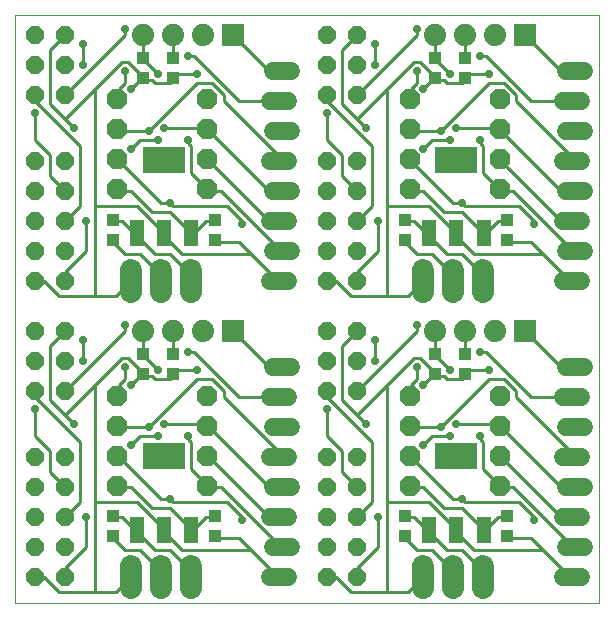
<source format=gbl>
G75*
G70*
%OFA0B0*%
%FSLAX24Y24*%
%IPPOS*%
%LPD*%
%AMOC8*
5,1,8,0,0,1.08239X$1,22.5*
%
%ADD10C,0.0000*%
%ADD11OC8,0.0680*%
%ADD12OC8,0.0600*%
%ADD13R,0.0394X0.0433*%
%ADD14C,0.0740*%
%ADD15R,0.0480X0.0880*%
%ADD16R,0.1417X0.0866*%
%ADD17R,0.0740X0.0740*%
%ADD18C,0.0740*%
%ADD19C,0.0600*%
%ADD20C,0.0100*%
%ADD21C,0.0280*%
D10*
X000100Y000100D02*
X000100Y019721D01*
X019595Y019721D01*
X019595Y000100D01*
X000100Y000100D01*
D11*
X003523Y004020D03*
X003523Y005020D03*
X003523Y006020D03*
X003523Y007020D03*
X006523Y007020D03*
X006523Y006020D03*
X006523Y005020D03*
X006523Y004020D03*
X013273Y004020D03*
X013273Y005020D03*
X013273Y006020D03*
X013273Y007020D03*
X016273Y007020D03*
X016273Y006020D03*
X016273Y005020D03*
X016273Y004020D03*
X016273Y013895D03*
X016273Y014895D03*
X016273Y015895D03*
X016273Y016895D03*
X013273Y016895D03*
X013273Y015895D03*
X013273Y014895D03*
X013273Y013895D03*
X006523Y013895D03*
X006523Y014895D03*
X006523Y015895D03*
X006523Y016895D03*
X003523Y016895D03*
X003523Y015895D03*
X003523Y014895D03*
X003523Y013895D03*
D12*
X001775Y013850D03*
X001775Y012850D03*
X001775Y011850D03*
X001775Y010850D03*
X000775Y010850D03*
X000775Y011850D03*
X000775Y012850D03*
X000775Y013850D03*
X000775Y014850D03*
X001775Y014850D03*
X001775Y017050D03*
X001775Y018050D03*
X001775Y019050D03*
X000775Y019050D03*
X000775Y018050D03*
X000775Y017050D03*
X000775Y009175D03*
X000775Y008175D03*
X000775Y007175D03*
X001775Y007175D03*
X001775Y008175D03*
X001775Y009175D03*
X001775Y004975D03*
X001775Y003975D03*
X001775Y002975D03*
X001775Y001975D03*
X001775Y000975D03*
X000775Y000975D03*
X000775Y001975D03*
X000775Y002975D03*
X000775Y003975D03*
X000775Y004975D03*
X010525Y004975D03*
X010525Y003975D03*
X010525Y002975D03*
X011525Y002975D03*
X011525Y003975D03*
X011525Y004975D03*
X011525Y007175D03*
X011525Y008175D03*
X011525Y009175D03*
X010525Y009175D03*
X010525Y008175D03*
X010525Y007175D03*
X010525Y010850D03*
X010525Y011850D03*
X010525Y012850D03*
X010525Y013850D03*
X010525Y014850D03*
X011525Y014850D03*
X011525Y013850D03*
X011525Y012850D03*
X011525Y011850D03*
X011525Y010850D03*
X011525Y017050D03*
X011525Y018050D03*
X011525Y019050D03*
X010525Y019050D03*
X010525Y018050D03*
X010525Y017050D03*
X010525Y001975D03*
X010525Y000975D03*
X011525Y000975D03*
X011525Y001975D03*
D13*
X013125Y002340D03*
X013125Y003010D03*
X016525Y003010D03*
X016525Y002340D03*
X015125Y007740D03*
X015125Y008410D03*
X014125Y008410D03*
X014125Y007740D03*
X013125Y012215D03*
X013125Y012885D03*
X016525Y012885D03*
X016525Y012215D03*
X015125Y017615D03*
X015125Y018285D03*
X014125Y018285D03*
X014125Y017615D03*
X006775Y012885D03*
X006775Y012215D03*
X003375Y012215D03*
X003375Y012885D03*
X004375Y008410D03*
X004375Y007740D03*
X005375Y007740D03*
X005375Y008410D03*
X006775Y003010D03*
X006775Y002340D03*
X003375Y002340D03*
X003375Y003010D03*
X004375Y017615D03*
X004375Y018285D03*
X005375Y018285D03*
X005375Y017615D03*
D14*
X004975Y011220D02*
X004975Y010480D01*
X003975Y010480D02*
X003975Y011220D01*
X005975Y011220D02*
X005975Y010480D01*
X013725Y010480D02*
X013725Y011220D01*
X014725Y011220D02*
X014725Y010480D01*
X015725Y010480D02*
X015725Y011220D01*
X015725Y001345D02*
X015725Y000605D01*
X014725Y000605D02*
X014725Y001345D01*
X013725Y001345D02*
X013725Y000605D01*
X005975Y000605D02*
X005975Y001345D01*
X004975Y001345D02*
X004975Y000605D01*
X003975Y000605D02*
X003975Y001345D01*
D15*
X004165Y002555D03*
X005075Y002555D03*
X005985Y002555D03*
X013915Y002555D03*
X014825Y002555D03*
X015735Y002555D03*
X015735Y012430D03*
X014825Y012430D03*
X013915Y012430D03*
X005985Y012430D03*
X005075Y012430D03*
X004165Y012430D03*
D16*
X005075Y014870D03*
X014825Y014870D03*
X014825Y004995D03*
X005075Y004995D03*
D17*
X007375Y009175D03*
X017125Y009175D03*
X017125Y019050D03*
X007375Y019050D03*
D18*
X006375Y019050D03*
X005375Y019050D03*
X004375Y019050D03*
X014125Y019050D03*
X015125Y019050D03*
X016125Y019050D03*
X016125Y009175D03*
X015125Y009175D03*
X014125Y009175D03*
X006375Y009175D03*
X005375Y009175D03*
X004375Y009175D03*
D19*
X008625Y010850D02*
X009225Y010850D01*
X009325Y011850D02*
X008725Y011850D01*
X008625Y012850D02*
X009225Y012850D01*
X009325Y013850D02*
X008725Y013850D01*
X008625Y014850D02*
X009225Y014850D01*
X009325Y015850D02*
X008725Y015850D01*
X008625Y016850D02*
X009225Y016850D01*
X009325Y017850D02*
X008725Y017850D01*
X018375Y016850D02*
X018975Y016850D01*
X019075Y017850D02*
X018475Y017850D01*
X018475Y015850D02*
X019075Y015850D01*
X018975Y014850D02*
X018375Y014850D01*
X018475Y013850D02*
X019075Y013850D01*
X018975Y012850D02*
X018375Y012850D01*
X018475Y011850D02*
X019075Y011850D01*
X018975Y010850D02*
X018375Y010850D01*
X018475Y007975D02*
X019075Y007975D01*
X018975Y006975D02*
X018375Y006975D01*
X018475Y005975D02*
X019075Y005975D01*
X018975Y004975D02*
X018375Y004975D01*
X018475Y003975D02*
X019075Y003975D01*
X018975Y002975D02*
X018375Y002975D01*
X018475Y001975D02*
X019075Y001975D01*
X018975Y000975D02*
X018375Y000975D01*
X009325Y001975D02*
X008725Y001975D01*
X008625Y000975D02*
X009225Y000975D01*
X009225Y002975D02*
X008625Y002975D01*
X008725Y003975D02*
X009325Y003975D01*
X009225Y004975D02*
X008625Y004975D01*
X008725Y005975D02*
X009325Y005975D01*
X009225Y006975D02*
X008625Y006975D01*
X008725Y007975D02*
X009325Y007975D01*
D20*
X009025Y007975D02*
X008575Y007975D01*
X007375Y009175D01*
X006075Y008475D02*
X005875Y008475D01*
X006075Y008475D02*
X007575Y006975D01*
X008925Y006975D01*
X010525Y006975D02*
X012025Y005475D01*
X012025Y003475D01*
X011525Y002975D01*
X012225Y002975D02*
X012225Y001975D01*
X011525Y001275D01*
X011525Y000975D01*
X011325Y000475D02*
X012525Y000475D01*
X012525Y003475D01*
X013925Y003475D01*
X014825Y002575D01*
X014825Y002555D01*
X014825Y002475D01*
X015425Y001875D01*
X017725Y001875D01*
X017325Y002275D01*
X016525Y002275D01*
X016525Y002340D01*
X016225Y002975D02*
X015825Y002575D01*
X015735Y002555D01*
X015725Y002575D01*
X015025Y003275D01*
X014425Y003275D01*
X013725Y003975D01*
X013325Y003975D01*
X013273Y004020D01*
X012525Y003475D02*
X012525Y007375D01*
X013425Y008275D01*
X013625Y008275D01*
X014125Y007775D01*
X014125Y007740D01*
X014125Y007675D01*
X014425Y007675D01*
X014525Y007575D01*
X015025Y007575D01*
X015125Y007675D01*
X015125Y007740D01*
X015125Y007775D01*
X015225Y007875D01*
X015925Y007875D01*
X015925Y007575D02*
X014325Y005975D01*
X013325Y005975D01*
X013273Y006020D01*
X013725Y005375D02*
X014025Y005675D01*
X014625Y005675D01*
X014825Y006075D02*
X016225Y006075D01*
X016273Y006020D01*
X016325Y005975D01*
X018325Y003975D01*
X018775Y003975D01*
X018675Y002975D02*
X018325Y002975D01*
X016325Y004975D01*
X016273Y005020D01*
X015725Y004575D02*
X016225Y004075D01*
X016273Y004020D01*
X016325Y003975D01*
X016725Y003975D01*
X018725Y001975D01*
X018775Y001975D01*
X018675Y000975D02*
X018625Y000975D01*
X017725Y001875D01*
X017425Y002875D02*
X017425Y002975D01*
X016925Y003475D01*
X015125Y003475D01*
X015025Y003575D01*
X014725Y003575D01*
X013325Y004975D01*
X013273Y005020D01*
X011825Y006075D02*
X011525Y006375D01*
X012525Y007375D01*
X013325Y007375D02*
X013325Y007075D01*
X013273Y007020D01*
X013325Y007375D02*
X013525Y007575D01*
X013525Y007975D01*
X014125Y007775D02*
X013725Y007375D01*
X014625Y007875D02*
X014125Y008375D01*
X014125Y008410D01*
X014125Y009175D01*
X013525Y009175D02*
X011525Y007175D01*
X011025Y006875D02*
X011025Y008675D01*
X011525Y009175D01*
X012125Y008875D02*
X012125Y008175D01*
X011025Y006875D02*
X011525Y006375D01*
X010525Y006575D02*
X010525Y005675D01*
X011025Y005175D01*
X011025Y004475D01*
X011525Y003975D01*
X013125Y003010D02*
X013125Y002975D01*
X013425Y002975D01*
X013825Y002575D01*
X013915Y002555D01*
X013925Y002475D01*
X014525Y001875D01*
X015025Y001875D01*
X015725Y001175D01*
X015725Y000975D01*
X014725Y000975D02*
X014725Y001175D01*
X014025Y001875D01*
X013525Y001875D01*
X013125Y002275D01*
X013125Y002340D01*
X013725Y000975D02*
X013225Y000475D01*
X012525Y000475D01*
X011325Y000475D02*
X010825Y000975D01*
X010525Y000975D01*
X008925Y000975D02*
X008875Y000975D01*
X007975Y001875D01*
X005675Y001875D01*
X005075Y002475D01*
X005075Y002555D01*
X005075Y002575D01*
X004175Y003475D01*
X002775Y003475D01*
X002775Y000475D01*
X001575Y000475D01*
X001075Y000975D01*
X000775Y000975D01*
X001775Y000975D02*
X001775Y001275D01*
X002475Y001975D01*
X002475Y002975D01*
X002275Y003475D02*
X001775Y002975D01*
X002275Y003475D02*
X002275Y005475D01*
X000775Y006975D01*
X000775Y007175D01*
X001275Y006875D02*
X001275Y008675D01*
X001775Y009175D01*
X002375Y008875D02*
X002375Y008175D01*
X002775Y007375D02*
X002775Y003475D01*
X003375Y003010D02*
X003375Y002975D01*
X003675Y002975D01*
X004075Y002575D01*
X004165Y002555D01*
X004175Y002475D01*
X004775Y001875D01*
X005275Y001875D01*
X005975Y001175D01*
X005975Y000975D01*
X004975Y000975D02*
X004975Y001175D01*
X004275Y001875D01*
X003775Y001875D01*
X003375Y002275D01*
X003375Y002340D01*
X004675Y003275D02*
X003975Y003975D01*
X003575Y003975D01*
X003523Y004020D01*
X003575Y004975D02*
X003523Y005020D01*
X003575Y004975D02*
X004975Y003575D01*
X005275Y003575D01*
X005375Y003475D01*
X007175Y003475D01*
X007675Y002975D01*
X007675Y002875D01*
X007575Y002275D02*
X007975Y001875D01*
X007575Y002275D02*
X006775Y002275D01*
X006775Y002340D01*
X006775Y002975D02*
X006475Y002975D01*
X006075Y002575D01*
X005985Y002555D01*
X005975Y002575D01*
X005275Y003275D01*
X004675Y003275D01*
X005975Y004575D02*
X006475Y004075D01*
X006523Y004020D01*
X006575Y003975D01*
X006975Y003975D01*
X008975Y001975D01*
X009025Y001975D01*
X008925Y002975D02*
X008575Y002975D01*
X006575Y004975D01*
X006523Y005020D01*
X005975Y004575D02*
X005975Y005475D01*
X005875Y005575D01*
X005875Y005675D01*
X006475Y006075D02*
X006523Y006020D01*
X006575Y005975D01*
X008575Y003975D01*
X009025Y003975D01*
X008925Y004975D02*
X008875Y004975D01*
X008875Y005175D01*
X007075Y006975D01*
X007075Y007175D01*
X006675Y007575D01*
X006175Y007575D01*
X004575Y005975D01*
X003575Y005975D01*
X003523Y006020D01*
X003975Y005375D02*
X004275Y005675D01*
X004875Y005675D01*
X005075Y006075D02*
X006475Y006075D01*
X005275Y007575D02*
X004775Y007575D01*
X004675Y007675D01*
X004375Y007675D01*
X004375Y007740D01*
X004375Y007775D01*
X003975Y007375D01*
X003775Y007575D02*
X003575Y007375D01*
X003575Y007075D01*
X003523Y007020D01*
X003775Y007575D02*
X003775Y007975D01*
X003675Y008275D02*
X002775Y007375D01*
X001775Y006375D01*
X002075Y006075D01*
X001775Y006375D02*
X001275Y006875D01*
X000775Y006575D02*
X000775Y005675D01*
X001275Y005175D01*
X001275Y004475D01*
X001775Y003975D01*
X001775Y007175D02*
X003775Y009175D01*
X003775Y009375D01*
X004375Y009175D02*
X004375Y008410D01*
X004375Y008375D01*
X004875Y007875D01*
X005275Y007575D02*
X005375Y007675D01*
X005375Y007740D01*
X005375Y007775D01*
X005475Y007875D01*
X006175Y007875D01*
X005375Y008410D02*
X005375Y009175D01*
X004375Y007775D02*
X003875Y008275D01*
X003675Y008275D01*
X003475Y010350D02*
X002775Y010350D01*
X002775Y013350D01*
X004175Y013350D01*
X005075Y012450D01*
X005075Y012430D01*
X005075Y012350D01*
X005675Y011750D01*
X007975Y011750D01*
X007575Y012150D01*
X006775Y012150D01*
X006775Y012215D01*
X006775Y012850D02*
X006475Y012850D01*
X006075Y012450D01*
X005985Y012430D01*
X005975Y012450D01*
X005275Y013150D01*
X004675Y013150D01*
X003975Y013850D01*
X003575Y013850D01*
X003523Y013895D01*
X002775Y013350D02*
X002775Y017250D01*
X003675Y018150D01*
X003875Y018150D01*
X004375Y017650D01*
X004375Y017615D01*
X004375Y017550D01*
X004675Y017550D01*
X004775Y017450D01*
X005275Y017450D01*
X005375Y017550D01*
X005375Y017615D01*
X005375Y017650D01*
X005475Y017750D01*
X006175Y017750D01*
X006175Y017450D02*
X004575Y015850D01*
X003575Y015850D01*
X003523Y015895D01*
X003975Y015250D02*
X004275Y015550D01*
X004875Y015550D01*
X005075Y015950D02*
X006475Y015950D01*
X006523Y015895D01*
X006575Y015850D01*
X008575Y013850D01*
X009025Y013850D01*
X008925Y012850D02*
X008575Y012850D01*
X006575Y014850D01*
X006523Y014895D01*
X005975Y014450D02*
X006475Y013950D01*
X006523Y013895D01*
X006575Y013850D01*
X006975Y013850D01*
X008975Y011850D01*
X009025Y011850D01*
X008925Y010850D02*
X008875Y010850D01*
X007975Y011750D01*
X007675Y012750D02*
X007675Y012850D01*
X007175Y013350D01*
X005375Y013350D01*
X005275Y013450D01*
X004975Y013450D01*
X003575Y014850D01*
X003523Y014895D01*
X002275Y015350D02*
X002275Y013350D01*
X001775Y012850D01*
X002475Y012850D02*
X002475Y011850D01*
X001775Y011150D01*
X001775Y010850D01*
X001575Y010350D02*
X002775Y010350D01*
X003475Y010350D02*
X003975Y010850D01*
X003775Y011750D02*
X004275Y011750D01*
X004975Y011050D01*
X004975Y010850D01*
X004775Y011750D02*
X005275Y011750D01*
X005975Y011050D01*
X005975Y010850D01*
X004775Y011750D02*
X004175Y012350D01*
X004165Y012430D01*
X004075Y012450D01*
X003675Y012850D01*
X003375Y012850D01*
X003375Y012885D01*
X003375Y012215D02*
X003375Y012150D01*
X003775Y011750D01*
X001775Y013850D02*
X001275Y014350D01*
X001275Y015050D01*
X000775Y015550D01*
X000775Y016450D01*
X000775Y016850D02*
X002275Y015350D01*
X002075Y015950D02*
X001775Y016250D01*
X002775Y017250D01*
X003523Y016895D02*
X003575Y016950D01*
X003575Y017250D01*
X003775Y017450D01*
X003775Y017850D01*
X004375Y017650D02*
X003975Y017250D01*
X004875Y017750D02*
X004375Y018250D01*
X004375Y018285D01*
X004375Y019050D01*
X003775Y019050D02*
X001775Y017050D01*
X001275Y016750D02*
X001275Y018550D01*
X001775Y019050D01*
X002375Y018750D02*
X002375Y018050D01*
X001275Y016750D02*
X001775Y016250D01*
X000775Y016850D02*
X000775Y017050D01*
X003775Y019050D02*
X003775Y019250D01*
X005375Y019050D02*
X005375Y018285D01*
X005875Y018350D02*
X006075Y018350D01*
X007575Y016850D01*
X008925Y016850D01*
X009025Y017850D02*
X008575Y017850D01*
X007375Y019050D01*
X006675Y017450D02*
X006175Y017450D01*
X006675Y017450D02*
X007075Y017050D01*
X007075Y016850D01*
X008875Y015050D01*
X008875Y014850D01*
X008925Y014850D01*
X010525Y015550D02*
X010525Y016450D01*
X011025Y016750D02*
X011025Y018550D01*
X011525Y019050D01*
X012125Y018750D02*
X012125Y018050D01*
X012525Y017250D02*
X012525Y013350D01*
X013925Y013350D01*
X014825Y012450D01*
X014825Y012430D01*
X014825Y012350D01*
X015425Y011750D01*
X017725Y011750D01*
X017325Y012150D01*
X016525Y012150D01*
X016525Y012215D01*
X016525Y012850D02*
X016225Y012850D01*
X015825Y012450D01*
X015735Y012430D01*
X015725Y012450D01*
X015025Y013150D01*
X014425Y013150D01*
X013725Y013850D01*
X013325Y013850D01*
X013273Y013895D01*
X012525Y013350D02*
X012525Y010350D01*
X011325Y010350D01*
X010825Y010850D01*
X010525Y010850D01*
X011525Y010850D02*
X011525Y011150D01*
X012225Y011850D01*
X012225Y012850D01*
X012025Y013350D02*
X011525Y012850D01*
X012025Y013350D02*
X012025Y015350D01*
X010525Y016850D01*
X010525Y017050D01*
X011025Y016750D02*
X011525Y016250D01*
X012525Y017250D01*
X013425Y018150D01*
X013625Y018150D01*
X014125Y017650D01*
X014125Y017615D01*
X014125Y017550D01*
X014425Y017550D01*
X014525Y017450D01*
X015025Y017450D01*
X015125Y017550D01*
X015125Y017615D01*
X015125Y017650D01*
X015225Y017750D01*
X015925Y017750D01*
X015925Y017450D02*
X014325Y015850D01*
X013325Y015850D01*
X013273Y015895D01*
X013725Y015250D02*
X014025Y015550D01*
X014625Y015550D01*
X014825Y015950D02*
X016225Y015950D01*
X016273Y015895D01*
X016325Y015850D01*
X018325Y013850D01*
X018775Y013850D01*
X018675Y012850D02*
X018325Y012850D01*
X016325Y014850D01*
X016273Y014895D01*
X015725Y014450D02*
X016225Y013950D01*
X016273Y013895D01*
X016325Y013850D01*
X016725Y013850D01*
X018725Y011850D01*
X018775Y011850D01*
X018675Y010850D02*
X018625Y010850D01*
X017725Y011750D01*
X017425Y012750D02*
X017425Y012850D01*
X016925Y013350D01*
X015125Y013350D01*
X015025Y013450D01*
X014725Y013450D01*
X013325Y014850D01*
X013273Y014895D01*
X011825Y015950D02*
X011525Y016250D01*
X011525Y017050D02*
X013525Y019050D01*
X013525Y019250D01*
X014125Y019050D02*
X014125Y018285D01*
X014125Y018250D01*
X014625Y017750D01*
X014125Y017650D02*
X013725Y017250D01*
X013525Y017450D02*
X013325Y017250D01*
X013325Y016950D01*
X013273Y016895D01*
X013525Y017450D02*
X013525Y017850D01*
X015125Y018285D02*
X015125Y019050D01*
X015625Y018350D02*
X015825Y018350D01*
X017325Y016850D01*
X018675Y016850D01*
X018775Y017850D02*
X018325Y017850D01*
X017125Y019050D01*
X016425Y017450D02*
X015925Y017450D01*
X016425Y017450D02*
X016825Y017050D01*
X016825Y016850D01*
X018625Y015050D01*
X018625Y014850D01*
X018675Y014850D01*
X016525Y012885D02*
X016525Y012850D01*
X015025Y011750D02*
X015725Y011050D01*
X015725Y010850D01*
X014725Y010850D02*
X014725Y011050D01*
X014025Y011750D01*
X013525Y011750D01*
X013125Y012150D01*
X013125Y012215D01*
X013125Y012850D02*
X013125Y012885D01*
X013125Y012850D02*
X013425Y012850D01*
X013825Y012450D01*
X013915Y012430D01*
X013925Y012350D01*
X014525Y011750D01*
X015025Y011750D01*
X013725Y010850D02*
X013225Y010350D01*
X012525Y010350D01*
X013525Y009375D02*
X013525Y009175D01*
X015125Y009175D02*
X015125Y008410D01*
X015625Y008475D02*
X015825Y008475D01*
X017325Y006975D01*
X018675Y006975D01*
X018775Y007975D02*
X018325Y007975D01*
X017125Y009175D01*
X016425Y007575D02*
X015925Y007575D01*
X016425Y007575D02*
X016825Y007175D01*
X016825Y006975D01*
X018625Y005175D01*
X018625Y004975D01*
X018675Y004975D01*
X016525Y003010D02*
X016525Y002975D01*
X016225Y002975D01*
X015725Y004575D02*
X015725Y005475D01*
X015625Y005575D01*
X015625Y005675D01*
X010525Y006975D02*
X010525Y007175D01*
X006775Y003010D02*
X006775Y002975D01*
X003975Y000975D02*
X003475Y000475D01*
X002775Y000475D01*
X001575Y010350D02*
X001075Y010850D01*
X000775Y010850D01*
X005875Y015450D02*
X005975Y015350D01*
X005975Y014450D01*
X005875Y015450D02*
X005875Y015550D01*
X006775Y012885D02*
X006775Y012850D01*
X010525Y015550D02*
X011025Y015050D01*
X011025Y014350D01*
X011525Y013850D01*
X015725Y014450D02*
X015725Y015350D01*
X015625Y015450D01*
X015625Y015550D01*
D21*
X015625Y015550D03*
X014825Y015950D03*
X014625Y015550D03*
X014325Y015850D03*
X013725Y015250D03*
X011825Y015950D03*
X010525Y016450D03*
X012125Y018050D03*
X012125Y018750D03*
X013525Y019250D03*
X013525Y017850D03*
X013725Y017250D03*
X014625Y017750D03*
X015625Y018350D03*
X015925Y017750D03*
X015025Y013450D03*
X017425Y012750D03*
X013525Y009375D03*
X013525Y007975D03*
X013725Y007375D03*
X014625Y007875D03*
X015625Y008475D03*
X015925Y007875D03*
X014825Y006075D03*
X014625Y005675D03*
X014325Y005975D03*
X013725Y005375D03*
X011825Y006075D03*
X010525Y006575D03*
X012125Y008175D03*
X012125Y008875D03*
X015625Y005675D03*
X015025Y003575D03*
X017425Y002875D03*
X012225Y002975D03*
X007675Y002875D03*
X005275Y003575D03*
X003975Y005375D03*
X004575Y005975D03*
X004875Y005675D03*
X005075Y006075D03*
X005875Y005675D03*
X003975Y007375D03*
X003775Y007975D03*
X004875Y007875D03*
X005875Y008475D03*
X006175Y007875D03*
X003775Y009375D03*
X002375Y008875D03*
X002375Y008175D03*
X000775Y006575D03*
X002075Y006075D03*
X002475Y002975D03*
X002475Y012850D03*
X003975Y015250D03*
X004575Y015850D03*
X004875Y015550D03*
X005075Y015950D03*
X005875Y015550D03*
X003975Y017250D03*
X003775Y017850D03*
X004875Y017750D03*
X005875Y018350D03*
X006175Y017750D03*
X003775Y019250D03*
X002375Y018750D03*
X002375Y018050D03*
X000775Y016450D03*
X002075Y015950D03*
X005275Y013450D03*
X007675Y012750D03*
X012225Y012850D03*
M02*

</source>
